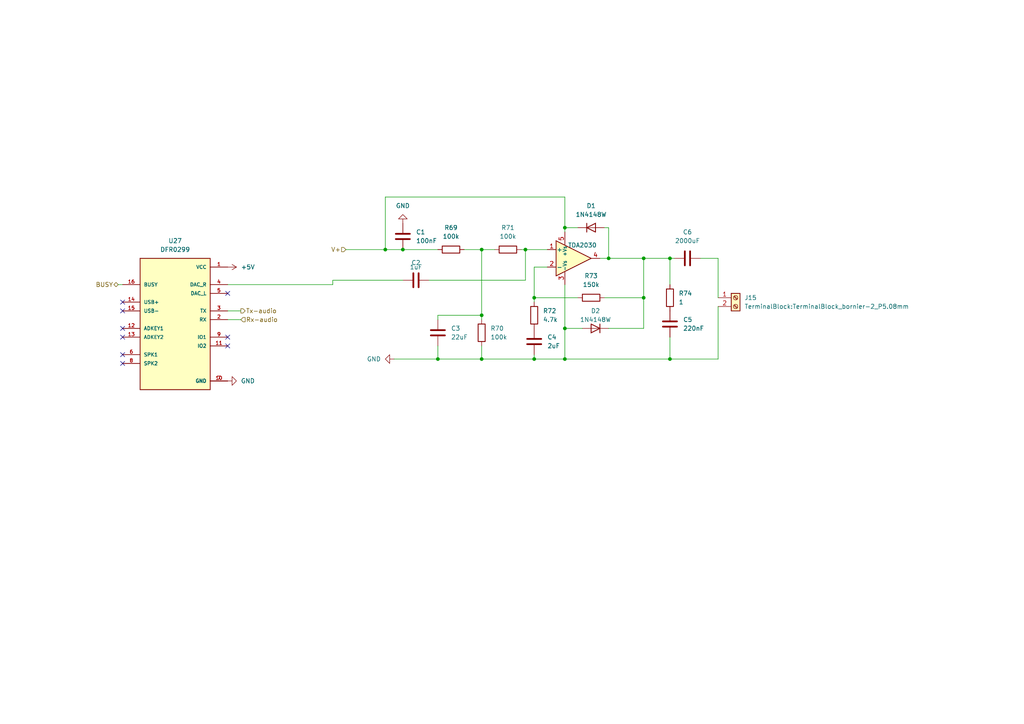
<source format=kicad_sch>
(kicad_sch (version 20211123) (generator eeschema)

  (uuid a0b64e2c-bfc6-41f8-8682-323ad5682434)

  (paper "A4")

  (lib_symbols
    (symbol "Amplifier_Audio:TDA2030" (pin_names (offset 0.127)) (in_bom yes) (on_board yes)
      (property "Reference" "U" (id 0) (at 3.81 6.35 0)
        (effects (font (size 1.27 1.27)))
      )
      (property "Value" "TDA2030" (id 1) (at 3.81 3.81 0)
        (effects (font (size 1.27 1.27)))
      )
      (property "Footprint" "Package_TO_SOT_THT:TO-220-5_P3.4x3.7mm_StaggerOdd_Lead3.8mm_Vertical" (id 2) (at 0 0 0)
        (effects (font (size 1.27 1.27) italic) hide)
      )
      (property "Datasheet" "http://www.st.com/resource/en/datasheet/cd00000128.pdf" (id 3) (at 0 0 0)
        (effects (font (size 1.27 1.27)) hide)
      )
      (property "ki_keywords" "audio amplifier" (id 4) (at 0 0 0)
        (effects (font (size 1.27 1.27)) hide)
      )
      (property "ki_description" "14W Hi-Fi Audio Amplifier, TO-220-5" (id 5) (at 0 0 0)
        (effects (font (size 1.27 1.27)) hide)
      )
      (property "ki_fp_filters" "TO*220*StaggerOdd*" (id 6) (at 0 0 0)
        (effects (font (size 1.27 1.27)) hide)
      )
      (symbol "TDA2030_0_1"
        (polyline
          (pts
            (xy -5.08 5.08)
            (xy 5.08 0)
            (xy -5.08 -5.08)
            (xy -5.08 5.08)
          )
          (stroke (width 0.254) (type default) (color 0 0 0 0))
          (fill (type background))
        )
      )
      (symbol "TDA2030_1_1"
        (pin input line (at -7.62 2.54 0) (length 2.54)
          (name "+" (effects (font (size 1.27 1.27))))
          (number "1" (effects (font (size 1.27 1.27))))
        )
        (pin input line (at -7.62 -2.54 0) (length 2.54)
          (name "-" (effects (font (size 1.27 1.27))))
          (number "2" (effects (font (size 1.27 1.27))))
        )
        (pin power_in line (at -2.54 -7.62 90) (length 3.81)
          (name "-Vs" (effects (font (size 1.016 1.016))))
          (number "3" (effects (font (size 1.27 1.27))))
        )
        (pin output line (at 7.62 0 180) (length 2.54)
          (name "~" (effects (font (size 1.27 1.27))))
          (number "4" (effects (font (size 1.27 1.27))))
        )
        (pin power_in line (at -2.54 7.62 270) (length 3.81)
          (name "+Vs" (effects (font (size 1.016 1.016))))
          (number "5" (effects (font (size 1.27 1.27))))
        )
      )
    )
    (symbol "Connector:Screw_Terminal_01x02" (pin_names (offset 1.016) hide) (in_bom yes) (on_board yes)
      (property "Reference" "J" (id 0) (at 0 2.54 0)
        (effects (font (size 1.27 1.27)))
      )
      (property "Value" "Screw_Terminal_01x02" (id 1) (at 0 -5.08 0)
        (effects (font (size 1.27 1.27)))
      )
      (property "Footprint" "" (id 2) (at 0 0 0)
        (effects (font (size 1.27 1.27)) hide)
      )
      (property "Datasheet" "~" (id 3) (at 0 0 0)
        (effects (font (size 1.27 1.27)) hide)
      )
      (property "ki_keywords" "screw terminal" (id 4) (at 0 0 0)
        (effects (font (size 1.27 1.27)) hide)
      )
      (property "ki_description" "Generic screw terminal, single row, 01x02, script generated (kicad-library-utils/schlib/autogen/connector/)" (id 5) (at 0 0 0)
        (effects (font (size 1.27 1.27)) hide)
      )
      (property "ki_fp_filters" "TerminalBlock*:*" (id 6) (at 0 0 0)
        (effects (font (size 1.27 1.27)) hide)
      )
      (symbol "Screw_Terminal_01x02_1_1"
        (rectangle (start -1.27 1.27) (end 1.27 -3.81)
          (stroke (width 0.254) (type default) (color 0 0 0 0))
          (fill (type background))
        )
        (circle (center 0 -2.54) (radius 0.635)
          (stroke (width 0.1524) (type default) (color 0 0 0 0))
          (fill (type none))
        )
        (polyline
          (pts
            (xy -0.5334 -2.2098)
            (xy 0.3302 -3.048)
          )
          (stroke (width 0.1524) (type default) (color 0 0 0 0))
          (fill (type none))
        )
        (polyline
          (pts
            (xy -0.5334 0.3302)
            (xy 0.3302 -0.508)
          )
          (stroke (width 0.1524) (type default) (color 0 0 0 0))
          (fill (type none))
        )
        (polyline
          (pts
            (xy -0.3556 -2.032)
            (xy 0.508 -2.8702)
          )
          (stroke (width 0.1524) (type default) (color 0 0 0 0))
          (fill (type none))
        )
        (polyline
          (pts
            (xy -0.3556 0.508)
            (xy 0.508 -0.3302)
          )
          (stroke (width 0.1524) (type default) (color 0 0 0 0))
          (fill (type none))
        )
        (circle (center 0 0) (radius 0.635)
          (stroke (width 0.1524) (type default) (color 0 0 0 0))
          (fill (type none))
        )
        (pin passive line (at -5.08 0 0) (length 3.81)
          (name "Pin_1" (effects (font (size 1.27 1.27))))
          (number "1" (effects (font (size 1.27 1.27))))
        )
        (pin passive line (at -5.08 -2.54 0) (length 3.81)
          (name "Pin_2" (effects (font (size 1.27 1.27))))
          (number "2" (effects (font (size 1.27 1.27))))
        )
      )
    )
    (symbol "DFR0299:DFR0299" (pin_names (offset 1.016)) (in_bom yes) (on_board yes)
      (property "Reference" "U" (id 0) (at -10.16 18.542 0)
        (effects (font (size 1.27 1.27)) (justify left bottom))
      )
      (property "Value" "DFR0299" (id 1) (at -10.16 -22.86 0)
        (effects (font (size 1.27 1.27)) (justify left bottom))
      )
      (property "Footprint" "MODULE_DFR0299" (id 2) (at 0 0 0)
        (effects (font (size 1.27 1.27)) (justify left bottom) hide)
      )
      (property "Datasheet" "" (id 3) (at 0 0 0)
        (effects (font (size 1.27 1.27)) (justify left bottom) hide)
      )
      (property "DESCRIPTION" "Dfplayer - a Mini Mp3 Player" (id 4) (at 0 0 0)
        (effects (font (size 1.27 1.27)) (justify left bottom) hide)
      )
      (property "PACKAGE" "None" (id 5) (at 0 0 0)
        (effects (font (size 1.27 1.27)) (justify left bottom) hide)
      )
      (property "MP" "DFR0299" (id 6) (at 0 0 0)
        (effects (font (size 1.27 1.27)) (justify left bottom) hide)
      )
      (property "PRICE" "None" (id 7) (at 0 0 0)
        (effects (font (size 1.27 1.27)) (justify left bottom) hide)
      )
      (property "AVAILABILITY" "Unavailable" (id 8) (at 0 0 0)
        (effects (font (size 1.27 1.27)) (justify left bottom) hide)
      )
      (property "MF" "DFRobot" (id 9) (at 0 0 0)
        (effects (font (size 1.27 1.27)) (justify left bottom) hide)
      )
      (property "ki_locked" "" (id 10) (at 0 0 0)
        (effects (font (size 1.27 1.27)))
      )
      (symbol "DFR0299_0_0"
        (rectangle (start -10.16 -20.32) (end 10.16 17.78)
          (stroke (width 0.254) (type default) (color 0 0 0 0))
          (fill (type background))
        )
        (pin power_in line (at 15.24 15.24 180) (length 5.08)
          (name "VCC" (effects (font (size 1.016 1.016))))
          (number "1" (effects (font (size 1.016 1.016))))
        )
        (pin power_in line (at 15.24 -17.78 180) (length 5.08)
          (name "GND" (effects (font (size 1.016 1.016))))
          (number "10" (effects (font (size 1.016 1.016))))
        )
        (pin bidirectional line (at 15.24 -7.62 180) (length 5.08)
          (name "IO2" (effects (font (size 1.016 1.016))))
          (number "11" (effects (font (size 1.016 1.016))))
        )
        (pin input line (at -15.24 -2.54 0) (length 5.08)
          (name "ADKEY1" (effects (font (size 1.016 1.016))))
          (number "12" (effects (font (size 1.016 1.016))))
        )
        (pin input line (at -15.24 -5.08 0) (length 5.08)
          (name "ADKEY2" (effects (font (size 1.016 1.016))))
          (number "13" (effects (font (size 1.016 1.016))))
        )
        (pin input line (at -15.24 5.08 0) (length 5.08)
          (name "USB+" (effects (font (size 1.016 1.016))))
          (number "14" (effects (font (size 1.016 1.016))))
        )
        (pin input line (at -15.24 2.54 0) (length 5.08)
          (name "USB-" (effects (font (size 1.016 1.016))))
          (number "15" (effects (font (size 1.016 1.016))))
        )
        (pin input line (at -15.24 10.16 0) (length 5.08)
          (name "BUSY" (effects (font (size 1.016 1.016))))
          (number "16" (effects (font (size 1.016 1.016))))
        )
        (pin input line (at 15.24 0 180) (length 5.08)
          (name "RX" (effects (font (size 1.016 1.016))))
          (number "2" (effects (font (size 1.016 1.016))))
        )
        (pin output line (at 15.24 2.54 180) (length 5.08)
          (name "TX" (effects (font (size 1.016 1.016))))
          (number "3" (effects (font (size 1.016 1.016))))
        )
        (pin output line (at 15.24 10.16 180) (length 5.08)
          (name "DAC_R" (effects (font (size 1.016 1.016))))
          (number "4" (effects (font (size 1.016 1.016))))
        )
        (pin output line (at 15.24 7.62 180) (length 5.08)
          (name "DAC_L" (effects (font (size 1.016 1.016))))
          (number "5" (effects (font (size 1.016 1.016))))
        )
        (pin passive line (at -15.24 -10.16 0) (length 5.08)
          (name "SPK1" (effects (font (size 1.016 1.016))))
          (number "6" (effects (font (size 1.016 1.016))))
        )
        (pin power_in line (at 15.24 -17.78 180) (length 5.08)
          (name "GND" (effects (font (size 1.016 1.016))))
          (number "7" (effects (font (size 1.016 1.016))))
        )
        (pin passive line (at -15.24 -12.7 0) (length 5.08)
          (name "SPK2" (effects (font (size 1.016 1.016))))
          (number "8" (effects (font (size 1.016 1.016))))
        )
        (pin bidirectional line (at 15.24 -5.08 180) (length 5.08)
          (name "IO1" (effects (font (size 1.016 1.016))))
          (number "9" (effects (font (size 1.016 1.016))))
        )
      )
    )
    (symbol "Device:C" (pin_numbers hide) (pin_names (offset 0.254)) (in_bom yes) (on_board yes)
      (property "Reference" "C" (id 0) (at 0.635 2.54 0)
        (effects (font (size 1.27 1.27)) (justify left))
      )
      (property "Value" "C" (id 1) (at 0.635 -2.54 0)
        (effects (font (size 1.27 1.27)) (justify left))
      )
      (property "Footprint" "" (id 2) (at 0.9652 -3.81 0)
        (effects (font (size 1.27 1.27)) hide)
      )
      (property "Datasheet" "~" (id 3) (at 0 0 0)
        (effects (font (size 1.27 1.27)) hide)
      )
      (property "ki_keywords" "cap capacitor" (id 4) (at 0 0 0)
        (effects (font (size 1.27 1.27)) hide)
      )
      (property "ki_description" "Unpolarized capacitor" (id 5) (at 0 0 0)
        (effects (font (size 1.27 1.27)) hide)
      )
      (property "ki_fp_filters" "C_*" (id 6) (at 0 0 0)
        (effects (font (size 1.27 1.27)) hide)
      )
      (symbol "C_0_1"
        (polyline
          (pts
            (xy -2.032 -0.762)
            (xy 2.032 -0.762)
          )
          (stroke (width 0.508) (type default) (color 0 0 0 0))
          (fill (type none))
        )
        (polyline
          (pts
            (xy -2.032 0.762)
            (xy 2.032 0.762)
          )
          (stroke (width 0.508) (type default) (color 0 0 0 0))
          (fill (type none))
        )
      )
      (symbol "C_1_1"
        (pin passive line (at 0 3.81 270) (length 2.794)
          (name "~" (effects (font (size 1.27 1.27))))
          (number "1" (effects (font (size 1.27 1.27))))
        )
        (pin passive line (at 0 -3.81 90) (length 2.794)
          (name "~" (effects (font (size 1.27 1.27))))
          (number "2" (effects (font (size 1.27 1.27))))
        )
      )
    )
    (symbol "Device:R" (pin_numbers hide) (pin_names (offset 0)) (in_bom yes) (on_board yes)
      (property "Reference" "R" (id 0) (at 2.032 0 90)
        (effects (font (size 1.27 1.27)))
      )
      (property "Value" "R" (id 1) (at 0 0 90)
        (effects (font (size 1.27 1.27)))
      )
      (property "Footprint" "" (id 2) (at -1.778 0 90)
        (effects (font (size 1.27 1.27)) hide)
      )
      (property "Datasheet" "~" (id 3) (at 0 0 0)
        (effects (font (size 1.27 1.27)) hide)
      )
      (property "ki_keywords" "R res resistor" (id 4) (at 0 0 0)
        (effects (font (size 1.27 1.27)) hide)
      )
      (property "ki_description" "Resistor" (id 5) (at 0 0 0)
        (effects (font (size 1.27 1.27)) hide)
      )
      (property "ki_fp_filters" "R_*" (id 6) (at 0 0 0)
        (effects (font (size 1.27 1.27)) hide)
      )
      (symbol "R_0_1"
        (rectangle (start -1.016 -2.54) (end 1.016 2.54)
          (stroke (width 0.254) (type default) (color 0 0 0 0))
          (fill (type none))
        )
      )
      (symbol "R_1_1"
        (pin passive line (at 0 3.81 270) (length 1.27)
          (name "~" (effects (font (size 1.27 1.27))))
          (number "1" (effects (font (size 1.27 1.27))))
        )
        (pin passive line (at 0 -3.81 90) (length 1.27)
          (name "~" (effects (font (size 1.27 1.27))))
          (number "2" (effects (font (size 1.27 1.27))))
        )
      )
    )
    (symbol "Diode:1N4148W" (pin_numbers hide) (pin_names (offset 1.016) hide) (in_bom yes) (on_board yes)
      (property "Reference" "D" (id 0) (at 0 2.54 0)
        (effects (font (size 1.27 1.27)))
      )
      (property "Value" "1N4148W" (id 1) (at 0 -2.54 0)
        (effects (font (size 1.27 1.27)))
      )
      (property "Footprint" "Diode_SMD:D_SOD-123" (id 2) (at 0 -4.445 0)
        (effects (font (size 1.27 1.27)) hide)
      )
      (property "Datasheet" "https://www.vishay.com/docs/85748/1n4148w.pdf" (id 3) (at 0 0 0)
        (effects (font (size 1.27 1.27)) hide)
      )
      (property "ki_keywords" "diode" (id 4) (at 0 0 0)
        (effects (font (size 1.27 1.27)) hide)
      )
      (property "ki_description" "75V 0.15A Fast Switching Diode, SOD-123" (id 5) (at 0 0 0)
        (effects (font (size 1.27 1.27)) hide)
      )
      (property "ki_fp_filters" "D*SOD?123*" (id 6) (at 0 0 0)
        (effects (font (size 1.27 1.27)) hide)
      )
      (symbol "1N4148W_0_1"
        (polyline
          (pts
            (xy -1.27 1.27)
            (xy -1.27 -1.27)
          )
          (stroke (width 0.254) (type default) (color 0 0 0 0))
          (fill (type none))
        )
        (polyline
          (pts
            (xy 1.27 0)
            (xy -1.27 0)
          )
          (stroke (width 0) (type default) (color 0 0 0 0))
          (fill (type none))
        )
        (polyline
          (pts
            (xy 1.27 1.27)
            (xy 1.27 -1.27)
            (xy -1.27 0)
            (xy 1.27 1.27)
          )
          (stroke (width 0.254) (type default) (color 0 0 0 0))
          (fill (type none))
        )
      )
      (symbol "1N4148W_1_1"
        (pin passive line (at -3.81 0 0) (length 2.54)
          (name "K" (effects (font (size 1.27 1.27))))
          (number "1" (effects (font (size 1.27 1.27))))
        )
        (pin passive line (at 3.81 0 180) (length 2.54)
          (name "A" (effects (font (size 1.27 1.27))))
          (number "2" (effects (font (size 1.27 1.27))))
        )
      )
    )
    (symbol "power:+5V" (power) (pin_names (offset 0)) (in_bom yes) (on_board yes)
      (property "Reference" "#PWR" (id 0) (at 0 -3.81 0)
        (effects (font (size 1.27 1.27)) hide)
      )
      (property "Value" "+5V" (id 1) (at 0 3.556 0)
        (effects (font (size 1.27 1.27)))
      )
      (property "Footprint" "" (id 2) (at 0 0 0)
        (effects (font (size 1.27 1.27)) hide)
      )
      (property "Datasheet" "" (id 3) (at 0 0 0)
        (effects (font (size 1.27 1.27)) hide)
      )
      (property "ki_keywords" "power-flag" (id 4) (at 0 0 0)
        (effects (font (size 1.27 1.27)) hide)
      )
      (property "ki_description" "Power symbol creates a global label with name \"+5V\"" (id 5) (at 0 0 0)
        (effects (font (size 1.27 1.27)) hide)
      )
      (symbol "+5V_0_1"
        (polyline
          (pts
            (xy -0.762 1.27)
            (xy 0 2.54)
          )
          (stroke (width 0) (type default) (color 0 0 0 0))
          (fill (type none))
        )
        (polyline
          (pts
            (xy 0 0)
            (xy 0 2.54)
          )
          (stroke (width 0) (type default) (color 0 0 0 0))
          (fill (type none))
        )
        (polyline
          (pts
            (xy 0 2.54)
            (xy 0.762 1.27)
          )
          (stroke (width 0) (type default) (color 0 0 0 0))
          (fill (type none))
        )
      )
      (symbol "+5V_1_1"
        (pin power_in line (at 0 0 90) (length 0) hide
          (name "+5V" (effects (font (size 1.27 1.27))))
          (number "1" (effects (font (size 1.27 1.27))))
        )
      )
    )
    (symbol "power:GND" (power) (pin_names (offset 0)) (in_bom yes) (on_board yes)
      (property "Reference" "#PWR" (id 0) (at 0 -6.35 0)
        (effects (font (size 1.27 1.27)) hide)
      )
      (property "Value" "GND" (id 1) (at 0 -3.81 0)
        (effects (font (size 1.27 1.27)))
      )
      (property "Footprint" "" (id 2) (at 0 0 0)
        (effects (font (size 1.27 1.27)) hide)
      )
      (property "Datasheet" "" (id 3) (at 0 0 0)
        (effects (font (size 1.27 1.27)) hide)
      )
      (property "ki_keywords" "power-flag" (id 4) (at 0 0 0)
        (effects (font (size 1.27 1.27)) hide)
      )
      (property "ki_description" "Power symbol creates a global label with name \"GND\" , ground" (id 5) (at 0 0 0)
        (effects (font (size 1.27 1.27)) hide)
      )
      (symbol "GND_0_1"
        (polyline
          (pts
            (xy 0 0)
            (xy 0 -1.27)
            (xy 1.27 -1.27)
            (xy 0 -2.54)
            (xy -1.27 -1.27)
            (xy 0 -1.27)
          )
          (stroke (width 0) (type default) (color 0 0 0 0))
          (fill (type none))
        )
      )
      (symbol "GND_1_1"
        (pin power_in line (at 0 0 270) (length 0) hide
          (name "GND" (effects (font (size 1.27 1.27))))
          (number "1" (effects (font (size 1.27 1.27))))
        )
      )
    )
  )

  (junction (at 139.7 91.44) (diameter 0) (color 0 0 0 0)
    (uuid 42130000-ce3e-48e9-94da-53a96853f3f0)
  )
  (junction (at 163.83 95.25) (diameter 0) (color 0 0 0 0)
    (uuid 4a564c10-972e-4dcf-bbe8-ecd216952d69)
  )
  (junction (at 111.76 72.39) (diameter 0) (color 0 0 0 0)
    (uuid 5173b643-6f5d-4dfc-939b-c40c64b23a34)
  )
  (junction (at 176.53 74.93) (diameter 0) (color 0 0 0 0)
    (uuid 6b293623-b2e6-4c61-bb66-63cda44898f9)
  )
  (junction (at 127 104.14) (diameter 0) (color 0 0 0 0)
    (uuid 72165347-bb55-4cc1-9af5-60f70fa7b9b1)
  )
  (junction (at 186.69 86.36) (diameter 0) (color 0 0 0 0)
    (uuid 7b835a8c-0db4-4a17-a2c1-b660e2a82230)
  )
  (junction (at 154.94 104.14) (diameter 0) (color 0 0 0 0)
    (uuid 857e6bbf-62e4-4dd6-b87c-1e70a1ec2852)
  )
  (junction (at 163.83 104.14) (diameter 0) (color 0 0 0 0)
    (uuid a30bba8d-6e4d-4948-85c8-c2f0530c459d)
  )
  (junction (at 154.94 86.36) (diameter 0) (color 0 0 0 0)
    (uuid b1bbb356-c8b0-431f-b7e9-441bd24bcae7)
  )
  (junction (at 186.69 74.93) (diameter 0) (color 0 0 0 0)
    (uuid b20d85f0-644d-436f-b13e-e7eabed784ce)
  )
  (junction (at 139.7 104.14) (diameter 0) (color 0 0 0 0)
    (uuid c3662a33-46d5-40b0-a8cc-ab04f842b50a)
  )
  (junction (at 163.83 66.04) (diameter 0) (color 0 0 0 0)
    (uuid c8f8dbc6-b45d-49df-b839-78cd1fd3243e)
  )
  (junction (at 194.31 74.93) (diameter 0) (color 0 0 0 0)
    (uuid c987a851-266f-44b1-87cb-5e8ac95d456a)
  )
  (junction (at 152.4 72.39) (diameter 0) (color 0 0 0 0)
    (uuid d5f62c8d-14ee-4b1c-9415-65b6e655775c)
  )
  (junction (at 139.7 72.39) (diameter 0) (color 0 0 0 0)
    (uuid dea631ea-dc5f-4dbd-a24a-b4d43d89f4e7)
  )
  (junction (at 194.31 104.14) (diameter 0) (color 0 0 0 0)
    (uuid ec056d3b-6a3d-46a2-810a-e7007d4ce79b)
  )
  (junction (at 116.84 72.39) (diameter 0) (color 0 0 0 0)
    (uuid ef2cafff-35d2-4c75-8c61-c5ce16550a2c)
  )

  (no_connect (at 66.04 97.79) (uuid 525d0e13-0aae-4587-9114-b25a88855343))
  (no_connect (at 66.04 100.33) (uuid 525d0e13-0aae-4587-9114-b25a88855344))
  (no_connect (at 35.56 105.41) (uuid 6ffe2844-8c62-4cd0-a8ea-ce2c50a7cc1b))
  (no_connect (at 35.56 102.87) (uuid 6ffe2844-8c62-4cd0-a8ea-ce2c50a7cc1c))
  (no_connect (at 35.56 97.79) (uuid 6ffe2844-8c62-4cd0-a8ea-ce2c50a7cc1d))
  (no_connect (at 35.56 95.25) (uuid 6ffe2844-8c62-4cd0-a8ea-ce2c50a7cc1e))
  (no_connect (at 35.56 90.17) (uuid 6ffe2844-8c62-4cd0-a8ea-ce2c50a7cc1f))
  (no_connect (at 35.56 87.63) (uuid 6ffe2844-8c62-4cd0-a8ea-ce2c50a7cc20))
  (no_connect (at 66.04 85.09) (uuid 9730421a-347e-4abe-aa03-ac59dcf4dec6))

  (wire (pts (xy 163.83 104.14) (xy 154.94 104.14))
    (stroke (width 0) (type default) (color 0 0 0 0))
    (uuid 0082f2cc-bae9-413f-9470-4488261dac7a)
  )
  (wire (pts (xy 114.3 104.14) (xy 127 104.14))
    (stroke (width 0) (type default) (color 0 0 0 0))
    (uuid 00e6bfc8-a9c4-4c83-b861-a0329e4cc420)
  )
  (wire (pts (xy 116.84 72.39) (xy 127 72.39))
    (stroke (width 0) (type default) (color 0 0 0 0))
    (uuid 0ed3569b-2aae-488c-b81c-05d1eceb41f5)
  )
  (wire (pts (xy 96.52 82.55) (xy 96.52 81.28))
    (stroke (width 0) (type default) (color 0 0 0 0))
    (uuid 0fec22a4-9da4-4fce-b79c-f293578b9f49)
  )
  (wire (pts (xy 176.53 95.25) (xy 186.69 95.25))
    (stroke (width 0) (type default) (color 0 0 0 0))
    (uuid 1695aede-1618-4665-846d-adfff7f98dad)
  )
  (wire (pts (xy 163.83 95.25) (xy 168.91 95.25))
    (stroke (width 0) (type default) (color 0 0 0 0))
    (uuid 169e08d9-a518-4641-9e9f-a79282a52733)
  )
  (wire (pts (xy 186.69 74.93) (xy 186.69 86.36))
    (stroke (width 0) (type default) (color 0 0 0 0))
    (uuid 1725dc5b-96a4-4410-b3d3-615fa4def7f6)
  )
  (wire (pts (xy 139.7 72.39) (xy 139.7 91.44))
    (stroke (width 0) (type default) (color 0 0 0 0))
    (uuid 19dc3342-644a-482a-b2bd-6e3111a88d6d)
  )
  (wire (pts (xy 152.4 72.39) (xy 158.75 72.39))
    (stroke (width 0) (type default) (color 0 0 0 0))
    (uuid 1c110e95-b09b-4a05-a706-c8efa613a986)
  )
  (wire (pts (xy 173.99 74.93) (xy 176.53 74.93))
    (stroke (width 0) (type default) (color 0 0 0 0))
    (uuid 2343a63c-2887-41aa-9da4-601c463f0387)
  )
  (wire (pts (xy 163.83 82.55) (xy 163.83 95.25))
    (stroke (width 0) (type default) (color 0 0 0 0))
    (uuid 2eca9ce2-de74-40f8-b441-3c7a0c746217)
  )
  (wire (pts (xy 66.04 82.55) (xy 96.52 82.55))
    (stroke (width 0) (type default) (color 0 0 0 0))
    (uuid 30b89f5d-5708-4338-bed5-f44c2dbb678f)
  )
  (wire (pts (xy 163.83 57.15) (xy 111.76 57.15))
    (stroke (width 0) (type default) (color 0 0 0 0))
    (uuid 32b278ad-7a62-4e58-a12d-d35a30e7b668)
  )
  (wire (pts (xy 154.94 104.14) (xy 139.7 104.14))
    (stroke (width 0) (type default) (color 0 0 0 0))
    (uuid 3444e000-1ce9-4f76-8c52-eb379d19ceae)
  )
  (wire (pts (xy 154.94 77.47) (xy 154.94 86.36))
    (stroke (width 0) (type default) (color 0 0 0 0))
    (uuid 380d657c-50fa-4c20-9f5c-651142a05490)
  )
  (wire (pts (xy 111.76 72.39) (xy 100.33 72.39))
    (stroke (width 0) (type default) (color 0 0 0 0))
    (uuid 3fc3488b-f369-437b-8a8d-08e88559896b)
  )
  (wire (pts (xy 208.28 88.9) (xy 208.28 104.14))
    (stroke (width 0) (type default) (color 0 0 0 0))
    (uuid 40d50a0a-4ba9-4593-bc0f-b06122f58929)
  )
  (wire (pts (xy 194.31 74.93) (xy 194.31 82.55))
    (stroke (width 0) (type default) (color 0 0 0 0))
    (uuid 450978b0-4ad8-4094-b4ee-02dab68e569a)
  )
  (wire (pts (xy 154.94 86.36) (xy 167.64 86.36))
    (stroke (width 0) (type default) (color 0 0 0 0))
    (uuid 4d345a59-1294-4dea-b37e-107aabbfd992)
  )
  (wire (pts (xy 154.94 102.87) (xy 154.94 104.14))
    (stroke (width 0) (type default) (color 0 0 0 0))
    (uuid 4fd8a0d2-3fce-4cd4-9a67-591395cb3704)
  )
  (wire (pts (xy 186.69 86.36) (xy 186.69 95.25))
    (stroke (width 0) (type default) (color 0 0 0 0))
    (uuid 5bb7fa93-1416-4c53-96e9-e176e3ce0ccb)
  )
  (wire (pts (xy 66.04 90.17) (xy 69.85 90.17))
    (stroke (width 0) (type default) (color 0 0 0 0))
    (uuid 6473b266-b0d1-4869-99e7-1a6bd500380d)
  )
  (wire (pts (xy 124.46 81.28) (xy 152.4 81.28))
    (stroke (width 0) (type default) (color 0 0 0 0))
    (uuid 68ba0c77-78f2-46e8-924d-0dea93bc5400)
  )
  (wire (pts (xy 139.7 100.33) (xy 139.7 104.14))
    (stroke (width 0) (type default) (color 0 0 0 0))
    (uuid 6b1b8bc5-a109-412c-8652-512314506d39)
  )
  (wire (pts (xy 66.04 92.71) (xy 69.85 92.71))
    (stroke (width 0) (type default) (color 0 0 0 0))
    (uuid 71d0b393-389c-48c5-a143-74d00712ad7f)
  )
  (wire (pts (xy 163.83 66.04) (xy 163.83 57.15))
    (stroke (width 0) (type default) (color 0 0 0 0))
    (uuid 7503cd1d-e002-42f6-98d9-73937937a5f7)
  )
  (wire (pts (xy 116.84 81.28) (xy 96.52 81.28))
    (stroke (width 0) (type default) (color 0 0 0 0))
    (uuid 75c0a889-e2b9-4b3d-99a1-43ca9a0f5293)
  )
  (wire (pts (xy 163.83 104.14) (xy 194.31 104.14))
    (stroke (width 0) (type default) (color 0 0 0 0))
    (uuid 7eaaa23b-cff4-4c8a-9190-14b5a153bc23)
  )
  (wire (pts (xy 152.4 81.28) (xy 152.4 72.39))
    (stroke (width 0) (type default) (color 0 0 0 0))
    (uuid 80175b5a-3ca9-4d8a-ad59-6f9be8e54f58)
  )
  (wire (pts (xy 139.7 72.39) (xy 143.51 72.39))
    (stroke (width 0) (type default) (color 0 0 0 0))
    (uuid 82157acc-bbd2-4fea-b742-fe9a95c2fd6e)
  )
  (wire (pts (xy 158.75 77.47) (xy 154.94 77.47))
    (stroke (width 0) (type default) (color 0 0 0 0))
    (uuid 832eaba4-23b5-4bc1-ab1b-7bf848116989)
  )
  (wire (pts (xy 194.31 104.14) (xy 208.28 104.14))
    (stroke (width 0) (type default) (color 0 0 0 0))
    (uuid 85791c21-3338-4964-82e1-7ee037485d1e)
  )
  (wire (pts (xy 127 92.71) (xy 127 91.44))
    (stroke (width 0) (type default) (color 0 0 0 0))
    (uuid 875e44b1-f5b5-494f-a658-2d99fef79ad5)
  )
  (wire (pts (xy 203.2 74.93) (xy 208.28 74.93))
    (stroke (width 0) (type default) (color 0 0 0 0))
    (uuid 8c0012c6-678e-4d34-8efd-966c126fac40)
  )
  (wire (pts (xy 186.69 86.36) (xy 175.26 86.36))
    (stroke (width 0) (type default) (color 0 0 0 0))
    (uuid 8f730fb1-2504-40df-be05-2614037b1225)
  )
  (wire (pts (xy 127 104.14) (xy 139.7 104.14))
    (stroke (width 0) (type default) (color 0 0 0 0))
    (uuid 90547c1a-2a0b-42bb-9a0c-b2f35ac9676f)
  )
  (wire (pts (xy 34.29 82.55) (xy 35.56 82.55))
    (stroke (width 0) (type default) (color 0 0 0 0))
    (uuid a05cdc69-2e67-413f-8c55-aab671f58bf7)
  )
  (wire (pts (xy 194.31 97.79) (xy 194.31 104.14))
    (stroke (width 0) (type default) (color 0 0 0 0))
    (uuid a0865ca6-15b7-4abd-b086-e52ebb8a74de)
  )
  (wire (pts (xy 139.7 91.44) (xy 139.7 92.71))
    (stroke (width 0) (type default) (color 0 0 0 0))
    (uuid ab7549a6-0e38-41e3-9931-f16a36b96236)
  )
  (wire (pts (xy 163.83 67.31) (xy 163.83 66.04))
    (stroke (width 0) (type default) (color 0 0 0 0))
    (uuid b023399c-6658-46ae-92ae-f6dea6fc1f69)
  )
  (wire (pts (xy 163.83 66.04) (xy 167.64 66.04))
    (stroke (width 0) (type default) (color 0 0 0 0))
    (uuid be739e04-5f6b-4d60-8a61-cc1ef07f086b)
  )
  (wire (pts (xy 163.83 95.25) (xy 163.83 104.14))
    (stroke (width 0) (type default) (color 0 0 0 0))
    (uuid be858b1a-3793-4dea-ae99-f8aa3ae2f13a)
  )
  (wire (pts (xy 154.94 86.36) (xy 154.94 87.63))
    (stroke (width 0) (type default) (color 0 0 0 0))
    (uuid bebdc326-0dd3-4fd7-b46b-88732da54c81)
  )
  (wire (pts (xy 176.53 74.93) (xy 186.69 74.93))
    (stroke (width 0) (type default) (color 0 0 0 0))
    (uuid c5d634af-f3ce-468c-8a05-be3dcb2447f7)
  )
  (wire (pts (xy 208.28 74.93) (xy 208.28 86.36))
    (stroke (width 0) (type default) (color 0 0 0 0))
    (uuid cc7ce8f8-7adb-4422-8416-60228b29a75d)
  )
  (wire (pts (xy 134.62 72.39) (xy 139.7 72.39))
    (stroke (width 0) (type default) (color 0 0 0 0))
    (uuid cdaa219a-bfc0-4d81-a988-e60e20865bfe)
  )
  (wire (pts (xy 151.13 72.39) (xy 152.4 72.39))
    (stroke (width 0) (type default) (color 0 0 0 0))
    (uuid d3247862-681d-48ab-861e-23e880f34fbe)
  )
  (wire (pts (xy 127 100.33) (xy 127 104.14))
    (stroke (width 0) (type default) (color 0 0 0 0))
    (uuid da7eec4b-8670-47a4-a350-aa093fd3f237)
  )
  (wire (pts (xy 176.53 66.04) (xy 176.53 74.93))
    (stroke (width 0) (type default) (color 0 0 0 0))
    (uuid dfba5a7b-63ab-411d-9ba5-8bd66953ec60)
  )
  (wire (pts (xy 186.69 74.93) (xy 194.31 74.93))
    (stroke (width 0) (type default) (color 0 0 0 0))
    (uuid e051dff4-ccf5-42c5-bc11-7ae7b58e6325)
  )
  (wire (pts (xy 194.31 74.93) (xy 195.58 74.93))
    (stroke (width 0) (type default) (color 0 0 0 0))
    (uuid e5535298-998a-4dcf-b782-a0b331a357c7)
  )
  (wire (pts (xy 111.76 57.15) (xy 111.76 72.39))
    (stroke (width 0) (type default) (color 0 0 0 0))
    (uuid e7e3678e-efb3-42cc-a8b3-692a5b21c276)
  )
  (wire (pts (xy 127 91.44) (xy 139.7 91.44))
    (stroke (width 0) (type default) (color 0 0 0 0))
    (uuid ea5d29cc-144e-4a8e-a717-892b0c41ef36)
  )
  (wire (pts (xy 116.84 72.39) (xy 111.76 72.39))
    (stroke (width 0) (type default) (color 0 0 0 0))
    (uuid f7be39ca-f8ce-456c-9269-c2c4382aac77)
  )
  (wire (pts (xy 175.26 66.04) (xy 176.53 66.04))
    (stroke (width 0) (type default) (color 0 0 0 0))
    (uuid f8511979-029d-4e58-a467-f66a7f5f85ac)
  )

  (hierarchical_label "V+" (shape input) (at 100.33 72.39 180)
    (effects (font (size 1.27 1.27)) (justify right))
    (uuid 4801533d-1b95-4928-967e-0a2db85c0339)
  )
  (hierarchical_label "Rx-audio" (shape input) (at 69.85 92.71 0)
    (effects (font (size 1.27 1.27)) (justify left))
    (uuid 5d38f3e4-c38e-49c4-8811-9d345f7fecd1)
  )
  (hierarchical_label "Tx-audio" (shape output) (at 69.85 90.17 0)
    (effects (font (size 1.27 1.27)) (justify left))
    (uuid b4fc9247-3e23-46b3-8095-b40b347f263e)
  )
  (hierarchical_label "BUSY" (shape bidirectional) (at 34.29 82.55 180)
    (effects (font (size 1.27 1.27)) (justify right))
    (uuid f88a1587-e1c8-45eb-9661-63e2338fbc88)
  )

  (symbol (lib_id "Device:R") (at 147.32 72.39 90) (unit 1)
    (in_bom yes) (on_board yes) (fields_autoplaced)
    (uuid 09b201e7-bac8-48e0-abf3-47efccbbc14f)
    (property "Reference" "R71" (id 0) (at 147.32 66.04 90))
    (property "Value" "100k" (id 1) (at 147.32 68.58 90))
    (property "Footprint" "Resistor_SMD:R_0805_2012Metric_Pad1.20x1.40mm_HandSolder" (id 2) (at 147.32 74.168 90)
      (effects (font (size 1.27 1.27)) hide)
    )
    (property "Datasheet" "~" (id 3) (at 147.32 72.39 0)
      (effects (font (size 1.27 1.27)) hide)
    )
    (pin "1" (uuid 9a04b163-2c53-40a5-89ad-607e8af7c0c6))
    (pin "2" (uuid 6904325c-c293-40ea-93ba-826b41cd4037))
  )

  (symbol (lib_id "Device:R") (at 194.31 86.36 180) (unit 1)
    (in_bom yes) (on_board yes) (fields_autoplaced)
    (uuid 1d330bae-77e7-49f3-b1c9-949192ec4507)
    (property "Reference" "R74" (id 0) (at 196.85 85.0899 0)
      (effects (font (size 1.27 1.27)) (justify right))
    )
    (property "Value" "1" (id 1) (at 196.85 87.6299 0)
      (effects (font (size 1.27 1.27)) (justify right))
    )
    (property "Footprint" "Resistor_SMD:R_0805_2012Metric_Pad1.20x1.40mm_HandSolder" (id 2) (at 196.088 86.36 90)
      (effects (font (size 1.27 1.27)) hide)
    )
    (property "Datasheet" "~" (id 3) (at 194.31 86.36 0)
      (effects (font (size 1.27 1.27)) hide)
    )
    (pin "1" (uuid 92c26c75-b736-447f-ae14-8c76244d581d))
    (pin "2" (uuid 4089aaa0-7de3-42cd-89fb-3d3242fdff4b))
  )

  (symbol (lib_id "Device:R") (at 154.94 91.44 180) (unit 1)
    (in_bom yes) (on_board yes) (fields_autoplaced)
    (uuid 38d4fdf3-dddf-48b4-9301-72148c0bf9e7)
    (property "Reference" "R72" (id 0) (at 157.48 90.1699 0)
      (effects (font (size 1.27 1.27)) (justify right))
    )
    (property "Value" "4.7k" (id 1) (at 157.48 92.7099 0)
      (effects (font (size 1.27 1.27)) (justify right))
    )
    (property "Footprint" "Resistor_SMD:R_0805_2012Metric_Pad1.20x1.40mm_HandSolder" (id 2) (at 156.718 91.44 90)
      (effects (font (size 1.27 1.27)) hide)
    )
    (property "Datasheet" "~" (id 3) (at 154.94 91.44 0)
      (effects (font (size 1.27 1.27)) hide)
    )
    (pin "1" (uuid f05cbb6d-f60f-4dc6-80fb-597b7328a3a8))
    (pin "2" (uuid cfbc7944-2ded-4474-ab62-86e07358b3e7))
  )

  (symbol (lib_id "power:GND") (at 116.84 64.77 180) (unit 1)
    (in_bom yes) (on_board yes) (fields_autoplaced)
    (uuid 42357ae8-b875-44c5-a346-c503eeb5af94)
    (property "Reference" "#PWR097" (id 0) (at 116.84 58.42 0)
      (effects (font (size 1.27 1.27)) hide)
    )
    (property "Value" "GND" (id 1) (at 116.84 59.69 0))
    (property "Footprint" "" (id 2) (at 116.84 64.77 0)
      (effects (font (size 1.27 1.27)) hide)
    )
    (property "Datasheet" "" (id 3) (at 116.84 64.77 0)
      (effects (font (size 1.27 1.27)) hide)
    )
    (pin "1" (uuid e56c44da-4a40-46db-a585-d4780d10449a))
  )

  (symbol (lib_id "Diode:1N4148W") (at 172.72 95.25 180) (unit 1)
    (in_bom yes) (on_board yes)
    (uuid 48df1d66-89c5-4ce1-a2cd-373615f93154)
    (property "Reference" "D2" (id 0) (at 172.72 90.17 0))
    (property "Value" "1N4148W" (id 1) (at 172.72 92.71 0))
    (property "Footprint" "Diode_SMD:D_0805_2012Metric_Pad1.15x1.40mm_HandSolder" (id 2) (at 172.72 90.805 0)
      (effects (font (size 1.27 1.27)) hide)
    )
    (property "Datasheet" "https://www.vishay.com/docs/85748/1n4148w.pdf" (id 3) (at 172.72 95.25 0)
      (effects (font (size 1.27 1.27)) hide)
    )
    (pin "1" (uuid 8c5d257c-1302-47e6-b5a7-44cdac8c111b))
    (pin "2" (uuid e0a01632-2fee-4628-bc0b-94f9d34ef420))
  )

  (symbol (lib_id "Device:C") (at 194.31 93.98 0) (unit 1)
    (in_bom yes) (on_board yes) (fields_autoplaced)
    (uuid 4ed290b4-58c2-4ee0-8e48-2b0703d83638)
    (property "Reference" "C5" (id 0) (at 198.12 92.7099 0)
      (effects (font (size 1.27 1.27)) (justify left))
    )
    (property "Value" "220nF" (id 1) (at 198.12 95.2499 0)
      (effects (font (size 1.27 1.27)) (justify left))
    )
    (property "Footprint" "Capacitor_SMD:C_0805_2012Metric_Pad1.18x1.45mm_HandSolder" (id 2) (at 195.2752 97.79 0)
      (effects (font (size 1.27 1.27)) hide)
    )
    (property "Datasheet" "~" (id 3) (at 194.31 93.98 0)
      (effects (font (size 1.27 1.27)) hide)
    )
    (pin "1" (uuid cf7eb43c-ce94-40e2-8639-52c7fd846dd8))
    (pin "2" (uuid 8fdb66bf-cf8f-46d3-9fda-bd2141f6fe66))
  )

  (symbol (lib_id "Device:C") (at 199.39 74.93 270) (unit 1)
    (in_bom yes) (on_board yes) (fields_autoplaced)
    (uuid 50d8365c-7c3d-4040-8f24-afeec1013584)
    (property "Reference" "C6" (id 0) (at 199.39 67.31 90))
    (property "Value" "2000uF" (id 1) (at 199.39 69.85 90))
    (property "Footprint" "Capacitor_SMD:C_0805_2012Metric_Pad1.18x1.45mm_HandSolder" (id 2) (at 195.58 75.8952 0)
      (effects (font (size 1.27 1.27)) hide)
    )
    (property "Datasheet" "~" (id 3) (at 199.39 74.93 0)
      (effects (font (size 1.27 1.27)) hide)
    )
    (pin "1" (uuid fefaa304-3853-4f53-905c-9183147e5aa0))
    (pin "2" (uuid f276f43a-1947-4989-9cb4-866d3f5046aa))
  )

  (symbol (lib_id "DFR0299:DFR0299") (at 50.8 92.71 0) (unit 1)
    (in_bom yes) (on_board yes) (fields_autoplaced)
    (uuid 5942274d-f700-49a6-8ce7-05d69938f4f0)
    (property "Reference" "U27" (id 0) (at 50.8 69.85 0))
    (property "Value" "DFR0299" (id 1) (at 50.8 72.39 0))
    (property "Footprint" "Arduino shield:MODULE_DFR0299" (id 2) (at 50.8 92.71 0)
      (effects (font (size 1.27 1.27)) (justify left bottom) hide)
    )
    (property "Datasheet" "" (id 3) (at 50.8 92.71 0)
      (effects (font (size 1.27 1.27)) (justify left bottom) hide)
    )
    (property "DESCRIPTION" "Dfplayer - a Mini Mp3 Player" (id 4) (at 50.8 92.71 0)
      (effects (font (size 1.27 1.27)) (justify left bottom) hide)
    )
    (property "PACKAGE" "None" (id 5) (at 50.8 92.71 0)
      (effects (font (size 1.27 1.27)) (justify left bottom) hide)
    )
    (property "MP" "DFR0299" (id 6) (at 50.8 92.71 0)
      (effects (font (size 1.27 1.27)) (justify left bottom) hide)
    )
    (property "PRICE" "None" (id 7) (at 50.8 92.71 0)
      (effects (font (size 1.27 1.27)) (justify left bottom) hide)
    )
    (property "AVAILABILITY" "Unavailable" (id 8) (at 50.8 92.71 0)
      (effects (font (size 1.27 1.27)) (justify left bottom) hide)
    )
    (property "MF" "DFRobot" (id 9) (at 50.8 92.71 0)
      (effects (font (size 1.27 1.27)) (justify left bottom) hide)
    )
    (pin "1" (uuid 4fcf860b-f109-4ee7-96cb-8141da9a2933))
    (pin "10" (uuid f5cc4ccf-c007-45f5-9b53-902fdbd95e80))
    (pin "11" (uuid 6b273692-86e2-4702-9799-e170a944a79e))
    (pin "12" (uuid 76f6844e-1057-4283-af96-eccf43191a3a))
    (pin "13" (uuid 466d5015-7dbd-40dd-b0eb-1dd4754bd93e))
    (pin "14" (uuid 31a2c8b2-00c1-4545-b1fc-1cac3fe88ca8))
    (pin "15" (uuid 24dbc365-beec-4e31-8a94-8b783e98cb79))
    (pin "16" (uuid 0e92d0b4-378b-45a2-ab82-78a5d7a0616f))
    (pin "2" (uuid bd852e68-8f32-41d0-913c-dac713c9d34a))
    (pin "3" (uuid b70fea70-6615-4f7e-826e-ee0af8073970))
    (pin "4" (uuid e1fbb983-729a-4ac1-9746-9ede983b1f0a))
    (pin "5" (uuid c82adcee-dc35-4d5d-b2c5-551adbb39f7d))
    (pin "6" (uuid f29ef9ca-4a9d-4a78-9bc8-f2f3eae7c253))
    (pin "7" (uuid 60cc93dd-7322-47d6-b163-675dfac18771))
    (pin "8" (uuid 327a5dec-1708-4576-aa35-33e745884e81))
    (pin "9" (uuid 43443eb1-f3da-4e2b-ac44-371ca173b865))
  )

  (symbol (lib_id "Device:C") (at 120.65 81.28 90) (unit 1)
    (in_bom yes) (on_board yes)
    (uuid 70fe2119-8cf5-4e59-ae06-5498949bd046)
    (property "Reference" "C2" (id 0) (at 120.65 76.2 90))
    (property "Value" "1uF" (id 1) (at 120.65 77.47 90))
    (property "Footprint" "Capacitor_SMD:C_0805_2012Metric_Pad1.18x1.45mm_HandSolder" (id 2) (at 124.46 80.3148 0)
      (effects (font (size 1.27 1.27)) hide)
    )
    (property "Datasheet" "~" (id 3) (at 120.65 81.28 0)
      (effects (font (size 1.27 1.27)) hide)
    )
    (pin "1" (uuid 34a16ef3-ae20-4aa6-b76b-17a7b81f5725))
    (pin "2" (uuid 1c2f835d-4f54-465e-ae68-7600ec830c80))
  )

  (symbol (lib_id "Device:C") (at 116.84 68.58 0) (unit 1)
    (in_bom yes) (on_board yes) (fields_autoplaced)
    (uuid 745c16d0-d698-46d8-aa2e-2da9029c36dc)
    (property "Reference" "C1" (id 0) (at 120.65 67.3099 0)
      (effects (font (size 1.27 1.27)) (justify left))
    )
    (property "Value" "100nF" (id 1) (at 120.65 69.8499 0)
      (effects (font (size 1.27 1.27)) (justify left))
    )
    (property "Footprint" "Capacitor_SMD:C_0805_2012Metric_Pad1.18x1.45mm_HandSolder" (id 2) (at 117.8052 72.39 0)
      (effects (font (size 1.27 1.27)) hide)
    )
    (property "Datasheet" "~" (id 3) (at 116.84 68.58 0)
      (effects (font (size 1.27 1.27)) hide)
    )
    (pin "1" (uuid 816d5c3a-4c5d-49f9-acc7-62c7055dd00a))
    (pin "2" (uuid 49a1f333-5193-4f86-9443-0fac1a1fa421))
  )

  (symbol (lib_id "power:GND") (at 114.3 104.14 270) (unit 1)
    (in_bom yes) (on_board yes) (fields_autoplaced)
    (uuid 8fdec90b-c626-4dd0-8df5-81bee1bad691)
    (property "Reference" "#PWR094" (id 0) (at 107.95 104.14 0)
      (effects (font (size 1.27 1.27)) hide)
    )
    (property "Value" "GND" (id 1) (at 110.49 104.1399 90)
      (effects (font (size 1.27 1.27)) (justify right))
    )
    (property "Footprint" "" (id 2) (at 114.3 104.14 0)
      (effects (font (size 1.27 1.27)) hide)
    )
    (property "Datasheet" "" (id 3) (at 114.3 104.14 0)
      (effects (font (size 1.27 1.27)) hide)
    )
    (pin "1" (uuid 86488f86-5cba-4bf8-8bad-8d122a9bfd7f))
  )

  (symbol (lib_id "Device:C") (at 127 96.52 0) (unit 1)
    (in_bom yes) (on_board yes) (fields_autoplaced)
    (uuid a41a0d28-dbd8-4c36-bc07-cf4f141f3b83)
    (property "Reference" "C3" (id 0) (at 130.81 95.2499 0)
      (effects (font (size 1.27 1.27)) (justify left))
    )
    (property "Value" "22uF" (id 1) (at 130.81 97.7899 0)
      (effects (font (size 1.27 1.27)) (justify left))
    )
    (property "Footprint" "Capacitor_SMD:C_0805_2012Metric_Pad1.18x1.45mm_HandSolder" (id 2) (at 127.9652 100.33 0)
      (effects (font (size 1.27 1.27)) hide)
    )
    (property "Datasheet" "~" (id 3) (at 127 96.52 0)
      (effects (font (size 1.27 1.27)) hide)
    )
    (pin "1" (uuid 79b03a6f-8d3a-4ca5-afc6-773f51e2d01b))
    (pin "2" (uuid e4dcbe63-5032-4887-932f-44e8bcb2a0a1))
  )

  (symbol (lib_id "power:+5V") (at 66.04 77.47 270) (unit 1)
    (in_bom yes) (on_board yes) (fields_autoplaced)
    (uuid a7e63777-961e-4e31-bc5b-52e0c66b0447)
    (property "Reference" "#PWR092" (id 0) (at 62.23 77.47 0)
      (effects (font (size 1.27 1.27)) hide)
    )
    (property "Value" "+5V" (id 1) (at 69.85 77.4699 90)
      (effects (font (size 1.27 1.27)) (justify left))
    )
    (property "Footprint" "" (id 2) (at 66.04 77.47 0)
      (effects (font (size 1.27 1.27)) hide)
    )
    (property "Datasheet" "" (id 3) (at 66.04 77.47 0)
      (effects (font (size 1.27 1.27)) hide)
    )
    (pin "1" (uuid a78bd0a0-8688-4d25-9e73-625861db1d29))
  )

  (symbol (lib_id "Diode:1N4148W") (at 171.45 66.04 0) (unit 1)
    (in_bom yes) (on_board yes) (fields_autoplaced)
    (uuid b23b5bdb-428c-486c-a231-dcd5634ad012)
    (property "Reference" "D1" (id 0) (at 171.45 59.69 0))
    (property "Value" "1N4148W" (id 1) (at 171.45 62.23 0))
    (property "Footprint" "Diode_SMD:D_0805_2012Metric_Pad1.15x1.40mm_HandSolder" (id 2) (at 171.45 70.485 0)
      (effects (font (size 1.27 1.27)) hide)
    )
    (property "Datasheet" "https://www.vishay.com/docs/85748/1n4148w.pdf" (id 3) (at 171.45 66.04 0)
      (effects (font (size 1.27 1.27)) hide)
    )
    (pin "1" (uuid 36e92aa7-2341-454f-bf3d-7e498f067b3d))
    (pin "2" (uuid 423d18e2-b9b4-4977-9129-a2b8442e96f9))
  )

  (symbol (lib_id "power:GND") (at 66.04 110.49 90) (unit 1)
    (in_bom yes) (on_board yes) (fields_autoplaced)
    (uuid bd8efc62-2944-4223-a5e6-f1e7557f9ae4)
    (property "Reference" "#PWR093" (id 0) (at 72.39 110.49 0)
      (effects (font (size 1.27 1.27)) hide)
    )
    (property "Value" "GND" (id 1) (at 69.85 110.4899 90)
      (effects (font (size 1.27 1.27)) (justify right))
    )
    (property "Footprint" "" (id 2) (at 66.04 110.49 0)
      (effects (font (size 1.27 1.27)) hide)
    )
    (property "Datasheet" "" (id 3) (at 66.04 110.49 0)
      (effects (font (size 1.27 1.27)) hide)
    )
    (pin "1" (uuid da4e58f2-11e2-4dc4-b362-1559714499ff))
  )

  (symbol (lib_id "Amplifier_Audio:TDA2030") (at 166.37 74.93 0) (unit 1)
    (in_bom yes) (on_board yes)
    (uuid c51bfdc0-0fd4-453a-a8b8-c9f7ddaa8547)
    (property "Reference" "U28" (id 0) (at 176.53 70.231 0)
      (effects (font (size 1.27 1.27)) hide)
    )
    (property "Value" "TDA2030" (id 1) (at 168.91 71.12 0))
    (property "Footprint" "Package_TO_SOT_THT:TO-220-5_P3.4x3.7mm_StaggerOdd_Lead3.8mm_Vertical" (id 2) (at 166.37 74.93 0)
      (effects (font (size 1.27 1.27) italic) hide)
    )
    (property "Datasheet" "http://www.st.com/resource/en/datasheet/cd00000128.pdf" (id 3) (at 166.37 74.93 0)
      (effects (font (size 1.27 1.27)) hide)
    )
    (pin "1" (uuid 2f4eebfe-4fbb-429e-9373-bdb3c2bf3126))
    (pin "2" (uuid 54f3182c-6c2c-44dc-a8ba-a758f1470ac4))
    (pin "3" (uuid 0f79878e-6f3e-4507-af67-4a53311569b3))
    (pin "4" (uuid 4f555c88-189e-4d60-adea-c621b9468a14))
    (pin "5" (uuid eaaf3e24-7576-4f71-8204-be54ec278766))
  )

  (symbol (lib_id "Device:R") (at 171.45 86.36 270) (unit 1)
    (in_bom yes) (on_board yes) (fields_autoplaced)
    (uuid cc66e07a-8f73-4958-9776-cc841bdaa78a)
    (property "Reference" "R73" (id 0) (at 171.45 80.01 90))
    (property "Value" "150k" (id 1) (at 171.45 82.55 90))
    (property "Footprint" "Resistor_SMD:R_0805_2012Metric_Pad1.20x1.40mm_HandSolder" (id 2) (at 171.45 84.582 90)
      (effects (font (size 1.27 1.27)) hide)
    )
    (property "Datasheet" "~" (id 3) (at 171.45 86.36 0)
      (effects (font (size 1.27 1.27)) hide)
    )
    (pin "1" (uuid 352e559e-f7ed-45e1-bcf1-737d13884d04))
    (pin "2" (uuid 45e6e6b0-2018-4bdc-8b04-a7b4ace72b32))
  )

  (symbol (lib_id "Connector:Screw_Terminal_01x02") (at 213.36 86.36 0) (unit 1)
    (in_bom yes) (on_board yes) (fields_autoplaced)
    (uuid de8d477a-5d24-482f-a4ec-98405bf5fbd0)
    (property "Reference" "J15" (id 0) (at 215.9 86.3599 0)
      (effects (font (size 1.27 1.27)) (justify left))
    )
    (property "Value" "TerminalBlock:TerminalBlock_bornier-2_P5.08mm" (id 1) (at 215.9 88.8999 0)
      (effects (font (size 1.27 1.27)) (justify left))
    )
    (property "Footprint" "Connector_Phoenix_MC_HighVoltage:PHOENIX_1935161" (id 2) (at 213.36 86.36 0)
      (effects (font (size 1.27 1.27)) hide)
    )
    (property "Datasheet" "~" (id 3) (at 213.36 86.36 0)
      (effects (font (size 1.27 1.27)) hide)
    )
    (pin "1" (uuid 1206eef4-09f5-49bd-9942-9cabd85d950e))
    (pin "2" (uuid 2d9ad20f-dcdd-44c3-97ce-9bcd712c3ea6))
  )

  (symbol (lib_id "Device:R") (at 130.81 72.39 90) (unit 1)
    (in_bom yes) (on_board yes) (fields_autoplaced)
    (uuid e611d445-a670-4be0-9255-ee9fd5b12e06)
    (property "Reference" "R69" (id 0) (at 130.81 66.04 90))
    (property "Value" "100k" (id 1) (at 130.81 68.58 90))
    (property "Footprint" "Resistor_SMD:R_0805_2012Metric_Pad1.20x1.40mm_HandSolder" (id 2) (at 130.81 74.168 90)
      (effects (font (size 1.27 1.27)) hide)
    )
    (property "Datasheet" "~" (id 3) (at 130.81 72.39 0)
      (effects (font (size 1.27 1.27)) hide)
    )
    (pin "1" (uuid 52c9d7b1-4525-4b87-a5e6-f0386dc93bf3))
    (pin "2" (uuid 6f2bef39-18f5-4bb8-8044-8e413e1889c5))
  )

  (symbol (lib_id "Device:R") (at 139.7 96.52 180) (unit 1)
    (in_bom yes) (on_board yes) (fields_autoplaced)
    (uuid f5a79c38-f5e4-416e-aa41-a039cc912c6d)
    (property "Reference" "R70" (id 0) (at 142.24 95.2499 0)
      (effects (font (size 1.27 1.27)) (justify right))
    )
    (property "Value" "100k" (id 1) (at 142.24 97.7899 0)
      (effects (font (size 1.27 1.27)) (justify right))
    )
    (property "Footprint" "Resistor_SMD:R_0805_2012Metric_Pad1.20x1.40mm_HandSolder" (id 2) (at 141.478 96.52 90)
      (effects (font (size 1.27 1.27)) hide)
    )
    (property "Datasheet" "~" (id 3) (at 139.7 96.52 0)
      (effects (font (size 1.27 1.27)) hide)
    )
    (pin "1" (uuid 50a6a6b2-3c72-4316-88ec-fb93f9ca7e72))
    (pin "2" (uuid 5720476e-0335-48a1-be5f-a35d2570dc46))
  )

  (symbol (lib_id "Device:C") (at 154.94 99.06 0) (unit 1)
    (in_bom yes) (on_board yes) (fields_autoplaced)
    (uuid f7ff53d0-ba92-443d-a2d9-b1c2f52e5d64)
    (property "Reference" "C4" (id 0) (at 158.75 97.7899 0)
      (effects (font (size 1.27 1.27)) (justify left))
    )
    (property "Value" "2uF" (id 1) (at 158.75 100.3299 0)
      (effects (font (size 1.27 1.27)) (justify left))
    )
    (property "Footprint" "Capacitor_SMD:C_0805_2012Metric_Pad1.18x1.45mm_HandSolder" (id 2) (at 155.9052 102.87 0)
      (effects (font (size 1.27 1.27)) hide)
    )
    (property "Datasheet" "~" (id 3) (at 154.94 99.06 0)
      (effects (font (size 1.27 1.27)) hide)
    )
    (pin "1" (uuid 4721e18d-a02c-4676-aad4-1c43a1833f2d))
    (pin "2" (uuid 022f90ce-5fd0-46b2-b318-a5f77aa4291a))
  )
)

</source>
